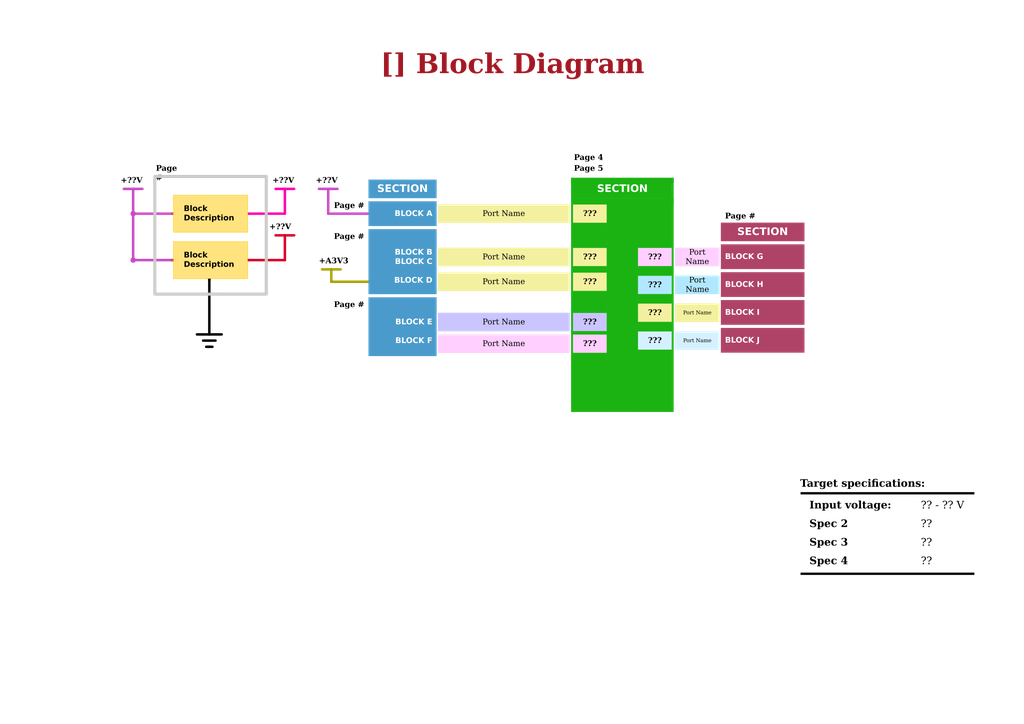
<source format=kicad_sch>
(kicad_sch
	(version 20231120)
	(generator "eeschema")
	(generator_version "8.0")
	(uuid "d4440dba-022e-49b2-97f2-6fc1871c7304")
	(paper "A3")
	(title_block
		(title "Block Diagram")
		(date "2025-01-12")
		(rev "${REVISION}")
		(company "${COMPANY}")
	)
	(lib_symbols)
	(polyline
		(pts
			(xy 70.612 106.68) (xy 54.61 106.68)
		)
		(stroke
			(width 1.016)
			(type default)
			(color 198 71 194 1)
		)
		(uuid "0078cbf7-9098-45ec-96f3-0b36f648924d")
	)
	(polyline
		(pts
			(xy 89.662 120.65) (xy 85.852 120.65)
		)
		(stroke
			(width 1.016)
			(type default)
			(color 0 0 0 1)
		)
		(uuid "056eb4ac-5e1a-40de-a6e6-602ab4b463f8")
	)
	(polyline
		(pts
			(xy 70.612 87.63) (xy 54.61 87.63)
		)
		(stroke
			(width 1.016)
			(type default)
			(color 198 71 194 1)
		)
		(uuid "08fc0cd0-29a2-41e6-a897-d7a6a489c1c7")
	)
	(polyline
		(pts
			(xy 87.122 142.24) (xy 85.852 142.24)
		)
		(stroke
			(width 1.016)
			(type default)
			(color 0 0 0 1)
		)
		(uuid "16292375-e090-4b0a-9979-2cc082e8c0cc")
	)
	(polyline
		(pts
			(xy 150.622 87.63) (xy 134.62 87.63)
		)
		(stroke
			(width 1.016)
			(type default)
			(color 198 71 194 1)
		)
		(uuid "18ccff52-fe32-4310-8592-269233d1181b")
	)
	(polyline
		(pts
			(xy 116.84 96.52) (xy 116.84 106.68)
		)
		(stroke
			(width 1.016)
			(type default)
			(color 212 0 32 1)
		)
		(uuid "22ecdb21-cb6c-4fea-8215-9ca181dc7654")
	)
	(polyline
		(pts
			(xy 85.852 114.808) (xy 85.852 137.16)
		)
		(stroke
			(width 1.016)
			(type default)
			(color 0 0 0 1)
		)
		(uuid "2bd63e72-c2e0-4174-99b9-37b4608d1b51")
	)
	(polyline
		(pts
			(xy 116.84 77.47) (xy 116.84 87.63)
		)
		(stroke
			(width 1.016)
			(type default)
			(color 255 0 171 1)
		)
		(uuid "3868fb89-5692-47ab-8dc3-c1768a62c47d")
	)
	(polyline
		(pts
			(xy 120.65 96.52) (xy 116.84 96.52)
		)
		(stroke
			(width 1.016)
			(type default)
			(color 212 0 32 1)
		)
		(uuid "3ad61ad5-2501-40ac-9bf7-e665e25219ef")
	)
	(polyline
		(pts
			(xy 50.8 77.47) (xy 54.61 77.47)
		)
		(stroke
			(width 1.016)
			(type default)
			(color 198 71 194 1)
		)
		(uuid "46995de7-d2ae-43dc-828c-7a85c3a686f0")
	)
	(polyline
		(pts
			(xy 54.61 87.63) (xy 54.61 96.52)
		)
		(stroke
			(width 1.016)
			(type default)
			(color 198 71 194 1)
		)
		(uuid "643459a2-2a93-46f1-8503-aa865b67ae0a")
	)
	(polyline
		(pts
			(xy 102.108 87.63) (xy 116.84 87.63)
		)
		(stroke
			(width 1.016)
			(type default)
			(color 255 0 171 1)
		)
		(uuid "72e45290-1169-4f8d-8787-af61206287b7")
	)
	(polyline
		(pts
			(xy 85.852 139.7) (xy 83.312 139.7)
		)
		(stroke
			(width 1.016)
			(type default)
			(color 0 0 0 1)
		)
		(uuid "7423a2fa-a301-488a-ae90-a426fc1d0892")
	)
	(polyline
		(pts
			(xy 88.392 139.7) (xy 85.852 139.7)
		)
		(stroke
			(width 1.016)
			(type default)
			(color 0 0 0 1)
		)
		(uuid "76447def-e6fd-482e-8306-88604873856d")
	)
	(polyline
		(pts
			(xy 132.08 110.49) (xy 135.89 110.49)
		)
		(stroke
			(width 1.016)
			(type default)
			(color 162 155 0 1)
		)
		(uuid "7bd287d3-dc22-4cf8-a763-778f3da65289")
	)
	(polyline
		(pts
			(xy 54.61 77.47) (xy 54.61 87.63)
		)
		(stroke
			(width 1.016)
			(type default)
			(color 198 71 194 1)
		)
		(uuid "8cfd58b3-fea8-4a65-9b23-c746ab0a9f02")
	)
	(polyline
		(pts
			(xy 80.772 137.16) (xy 85.852 137.16)
		)
		(stroke
			(width 1.016)
			(type default)
			(color 0 0 0 1)
		)
		(uuid "95a37cc2-e75a-4501-a098-956d2a7cf878")
	)
	(polyline
		(pts
			(xy 134.62 77.47) (xy 134.62 87.63)
		)
		(stroke
			(width 1.016)
			(type default)
			(color 198 71 194 1)
		)
		(uuid "9ea93a8a-79ec-4966-b5b9-d418a1953413")
	)
	(polyline
		(pts
			(xy 134.62 77.47) (xy 138.43 77.47)
		)
		(stroke
			(width 1.016)
			(type default)
			(color 198 71 194 1)
		)
		(uuid "a0186362-c474-4f60-92f7-0cd6ab4716b3")
	)
	(polyline
		(pts
			(xy 54.61 77.47) (xy 58.42 77.47)
		)
		(stroke
			(width 1.016)
			(type default)
			(color 198 71 194 1)
		)
		(uuid "aa5dc26a-edf0-426a-baae-3922b009809d")
	)
	(polyline
		(pts
			(xy 116.84 77.47) (xy 113.03 77.47)
		)
		(stroke
			(width 1.016)
			(type default)
			(color 255 0 171 1)
		)
		(uuid "abfb0e67-9089-48e8-8232-8502ca1768e2")
	)
	(polyline
		(pts
			(xy 85.852 142.24) (xy 84.582 142.24)
		)
		(stroke
			(width 1.016)
			(type default)
			(color 0 0 0 1)
		)
		(uuid "ae679bf6-2423-4eb6-83ff-203e4dbc3b14")
	)
	(polyline
		(pts
			(xy 130.81 77.47) (xy 134.62 77.47)
		)
		(stroke
			(width 1.016)
			(type default)
			(color 198 71 194 1)
		)
		(uuid "b0945337-03d4-457a-9c2e-c0bab7dcf94e")
	)
	(polyline
		(pts
			(xy 150.622 115.57) (xy 135.89 115.57)
		)
		(stroke
			(width 1.016)
			(type default)
			(color 162 155 0 1)
		)
		(uuid "b3418ae8-9d75-4e41-a3da-190702cd18d2")
	)
	(polyline
		(pts
			(xy 116.84 96.52) (xy 113.03 96.52)
		)
		(stroke
			(width 1.016)
			(type default)
			(color 212 0 32 1)
		)
		(uuid "b6c0a1ce-c65c-4ea7-8db7-d4822d92fceb")
	)
	(polyline
		(pts
			(xy 85.852 120.65) (xy 82.042 120.65)
		)
		(stroke
			(width 1.016)
			(type default)
			(color 0 0 0 1)
		)
		(uuid "bbbec36c-623f-4102-99b0-eff22d217ba1")
	)
	(polyline
		(pts
			(xy 120.65 77.47) (xy 116.84 77.47)
		)
		(stroke
			(width 1.016)
			(type default)
			(color 255 0 171 1)
		)
		(uuid "d29a50be-ce3c-4cb1-b849-60799978c305")
	)
	(polyline
		(pts
			(xy 135.89 110.49) (xy 135.89 115.57)
		)
		(stroke
			(width 1.016)
			(type default)
			(color 162 155 0 1)
		)
		(uuid "e522b6d4-c3ef-41d5-9de8-677c57429daf")
	)
	(polyline
		(pts
			(xy 102.108 106.68) (xy 116.84 106.68)
		)
		(stroke
			(width 1.016)
			(type default)
			(color 212 0 32 1)
		)
		(uuid "e77019d6-1773-46ed-953e-95dcf6e77cd6")
	)
	(polyline
		(pts
			(xy 54.61 96.52) (xy 54.61 106.68)
		)
		(stroke
			(width 1.016)
			(type default)
			(color 198 71 194 1)
		)
		(uuid "f15951f9-af67-479e-871b-cba1a69ad58a")
	)
	(polyline
		(pts
			(xy 135.89 110.49) (xy 139.7 110.49)
		)
		(stroke
			(width 1.016)
			(type default)
			(color 162 155 0 1)
		)
		(uuid "f20be4ca-f5a2-4033-9321-086a1473fb5f")
	)
	(polyline
		(pts
			(xy 85.852 137.16) (xy 90.932 137.16)
		)
		(stroke
			(width 1.016)
			(type default)
			(color 0 0 0 1)
		)
		(uuid "f5115127-85c3-4f3c-ba14-b9a3028b6847")
	)
	(rectangle
		(start 248.92 83.185)
		(end 261.62 168.91)
		(stroke
			(width 0)
			(type default)
			(color 26 179 18 1)
		)
		(fill
			(type color)
			(color 26 179 18 1)
		)
		(uuid 051b3dab-07ca-4b94-92bb-989d74ed83ce)
	)
	(rectangle
		(start 101.727 87.249)
		(end 102.362 88.011)
		(stroke
			(width 0.25)
			(type default)
			(color 255 0 171 1)
		)
		(fill
			(type color)
			(color 255 0 171 1)
		)
		(uuid 12a8f300-c059-4689-9da2-e775c9b7b222)
	)
	(rectangle
		(start 234.315 73.025)
		(end 276.225 74.93)
		(stroke
			(width 0.254)
			(type default)
			(color 26 179 18 1)
		)
		(fill
			(type color)
			(color 26 179 18 1)
		)
		(uuid 1c38ab9f-78ac-4525-a905-692b68e0d7be)
	)
	(rectangle
		(start 261.62 83.82)
		(end 275.59 101.6)
		(stroke
			(width 0)
			(type default)
			(color 26 179 18 1)
		)
		(fill
			(type color)
			(color 26 179 18 1)
		)
		(uuid 26212d99-97fb-4a34-b4ec-26a67ba18c64)
	)
	(rectangle
		(start 234.95 119.38)
		(end 248.92 128.27)
		(stroke
			(width 0)
			(type default)
			(color 26 179 18 1)
		)
		(fill
			(type color)
			(color 26 179 18 1)
		)
		(uuid 33939e83-1742-40c8-b78d-5af3b914ab31)
	)
	(rectangle
		(start 150.495 115.189)
		(end 151.13 115.951)
		(stroke
			(width 0.25)
			(type default)
			(color 162 155 0 1)
		)
		(fill
			(type color)
			(color 162 155 0 1)
		)
		(uuid 3b840477-c973-44d9-8a43-b3feac50c6bc)
	)
	(rectangle
		(start 275.59 73.025)
		(end 276.225 168.91)
		(stroke
			(width 0)
			(type default)
			(color 26 179 18 1)
		)
		(fill
			(type color)
			(color 26 179 18 1)
		)
		(uuid 43ad7506-e0d7-49b6-972c-517451df1dd9)
	)
	(rectangle
		(start 70.358 87.249)
		(end 70.993 88.011)
		(stroke
			(width 0.25)
			(type default)
			(color 200 50 50 1)
		)
		(fill
			(type color)
			(color 200 50 50 1)
		)
		(uuid 4c6cb9bc-6ebc-49a3-893d-9406d03eb74b)
	)
	(rectangle
		(start 261.62 132.08)
		(end 275.59 135.89)
		(stroke
			(width 0)
			(type default)
			(color 26 179 18 1)
		)
		(fill
			(type color)
			(color 26 179 18 1)
		)
		(uuid 5911023f-b729-4638-87b7-c8fa6a2da4ad)
	)
	(rectangle
		(start 71.12 99.06)
		(end 101.6 114.3)
		(stroke
			(width 0)
			(type default)
			(color 255 200 0 0.5019607843)
		)
		(fill
			(type color)
			(color 255 200 0 0.5019607843)
		)
		(uuid 6d27083e-baf9-459e-b0dc-430395e74362)
	)
	(rectangle
		(start 150.495 87.249)
		(end 151.13 88.011)
		(stroke
			(width 0.25)
			(type default)
			(color 198 71 194 1)
		)
		(fill
			(type color)
			(color 198 71 194 1)
		)
		(uuid 70402685-b75b-4b36-9a72-62f7d7d97bb6)
	)
	(rectangle
		(start 261.62 120.65)
		(end 275.59 124.46)
		(stroke
			(width 0)
			(type default)
			(color 26 179 18 1)
		)
		(fill
			(type color)
			(color 26 179 18 1)
		)
		(uuid 704c4eca-e0af-4df0-a6c1-739054ac1983)
	)
	(rectangle
		(start 234.95 109.22)
		(end 248.92 111.76)
		(stroke
			(width 0)
			(type default)
			(color 26 179 18 1)
		)
		(fill
			(type color)
			(color 26 179 18 1)
		)
		(uuid 74c5f5ac-510e-4c99-8e0e-ca2d145a7687)
	)
	(rectangle
		(start 261.62 109.22)
		(end 275.59 113.03)
		(stroke
			(width 0)
			(type default)
			(color 26 179 18 1)
		)
		(fill
			(type color)
			(color 26 179 18 1)
		)
		(uuid 87d7856c-4e25-4074-8ed9-6d9286fce9a4)
	)
	(rectangle
		(start 63.5 72.39)
		(end 109.22 120.65)
		(stroke
			(width 1.27)
			(type default)
			(color 200 200 200 1)
		)
		(fill
			(type none)
		)
		(uuid 897139e0-9c3f-4923-b42e-05cc6d59978b)
	)
	(rectangle
		(start 85.344 114.3)
		(end 86.36 115.062)
		(stroke
			(width 0.001)
			(type default)
			(color 0 0 0 1)
		)
		(fill
			(type color)
			(color 0 0 0 1)
		)
		(uuid 8fb245d6-696e-46a9-aee0-fc71b1bd2811)
	)
	(rectangle
		(start 70.358 106.299)
		(end 70.993 107.061)
		(stroke
			(width 0.25)
			(type default)
			(color 200 50 50 1)
		)
		(fill
			(type color)
			(color 200 50 50 1)
		)
		(uuid 926c14cd-51d6-4183-83aa-3acd3f364634)
	)
	(rectangle
		(start 328.422 234.95)
		(end 399.542 235.712)
		(stroke
			(width 0)
			(type default)
			(color 0 0 0 1)
		)
		(fill
			(type color)
			(color 0 0 0 1)
		)
		(uuid 96358351-64fb-49b9-98d4-c975a586b1c3)
	)
	(rectangle
		(start 234.95 135.89)
		(end 248.92 137.16)
		(stroke
			(width 0)
			(type default)
			(color 26 179 18 1)
		)
		(fill
			(type color)
			(color 26 179 18 1)
		)
		(uuid 97242065-2f97-4ca3-afed-c927195a53b5)
	)
	(rectangle
		(start 101.727 106.299)
		(end 102.362 107.061)
		(stroke
			(width 0.25)
			(type default)
			(color 212 0 32 1)
		)
		(fill
			(type color)
			(color 212 0 32 1)
		)
		(uuid b511ed02-73dc-4aca-8856-32e3a0e7b2bd)
	)
	(rectangle
		(start 234.95 91.44)
		(end 248.92 101.6)
		(stroke
			(width 0)
			(type default)
			(color 26 179 18 1)
		)
		(fill
			(type color)
			(color 26 179 18 1)
		)
		(uuid b7a01405-5415-4722-a9d4-e1bc398d69f2)
	)
	(rectangle
		(start 261.62 143.51)
		(end 275.59 168.91)
		(stroke
			(width 0)
			(type default)
			(color 26 179 18 1)
		)
		(fill
			(type color)
			(color 26 179 18 1)
		)
		(uuid c05a42e9-546b-43b1-a369-f14860ee7f90)
	)
	(rectangle
		(start 234.95 144.78)
		(end 248.92 168.91)
		(stroke
			(width 0)
			(type default)
			(color 26 179 18 1)
		)
		(fill
			(type color)
			(color 26 179 18 1)
		)
		(uuid c0f61f09-5d95-4ea6-baa5-6b9b5ba11fd4)
	)
	(circle
		(center 54.61 106.68)
		(radius 1.016)
		(stroke
			(width 0)
			(type default)
			(color 198 71 194 1)
		)
		(fill
			(type color)
			(color 198 71 194 1)
		)
		(uuid c30887ce-e8b0-4e61-8035-f856b5a10339)
	)
	(rectangle
		(start 328.422 201.93)
		(end 399.542 202.692)
		(stroke
			(width 0)
			(type default)
			(color 0 0 0 1)
		)
		(fill
			(type color)
			(color 0 0 0 1)
		)
		(uuid ca4906af-4562-456f-b79d-f6f2c9056c36)
	)
	(rectangle
		(start 71.12 80.01)
		(end 101.6 95.25)
		(stroke
			(width 0)
			(type default)
			(color 255 200 0 0.5019607843)
		)
		(fill
			(type color)
			(color 255 200 0 0.5019607843)
		)
		(uuid d13c4f55-d46a-439a-a208-cbdf66d39a09)
	)
	(rectangle
		(start 234.315 73.025)
		(end 234.95 168.91)
		(stroke
			(width 0)
			(type default)
			(color 26 179 18 1)
		)
		(fill
			(type color)
			(color 26 179 18 1)
		)
		(uuid dc9ef58a-3544-4871-98b7-f59b2deb6c2b)
	)
	(rectangle
		(start 234.95 81.28)
		(end 276.225 83.82)
		(stroke
			(width 0)
			(type default)
			(color 26 179 18 1)
		)
		(fill
			(type color)
			(color 26 179 18 1)
		)
		(uuid f6ac3050-3d82-4a34-858d-91b5402f431f)
	)
	(circle
		(center 54.61 87.63)
		(radius 1.016)
		(stroke
			(width 0)
			(type default)
			(color 198 71 194 1)
		)
		(fill
			(type color)
			(color 198 71 194 1)
		)
		(uuid fb962045-e3ad-427d-8e13-7189ce103507)
	)
	(text_box "SECTION"
		(exclude_from_sim no)
		(at 295.656 91.313 0)
		(size 34.29 7.62)
		(stroke
			(width -0.0001)
			(type default)
		)
		(fill
			(type color)
			(color 175 67 103 1)
		)
		(effects
			(font
				(face "Arial")
				(size 3.048 3.048)
				(bold yes)
				(color 255 255 255 1)
			)
		)
		(uuid "08792924-1597-48a7-a535-4ea702d4e92a")
	)
	(text_box "Spec 4"
		(exclude_from_sim no)
		(at 329.692 226.06 0)
		(size 44.45 7.62)
		(stroke
			(width -0.0001)
			(type default)
		)
		(fill
			(type none)
		)
		(effects
			(font
				(face "Times New Roman")
				(size 3.048 3.048)
				(thickness 0.4572)
				(bold yes)
				(color 0 0 0 1)
			)
			(justify left top)
		)
		(uuid "0b8fa12d-be48-46d8-a337-f14f24e9a703")
	)
	(text_box "BLOCK H"
		(exclude_from_sim no)
		(at 295.656 111.633 0)
		(size 34.29 10.16)
		(stroke
			(width -0.0001)
			(type default)
		)
		(fill
			(type color)
			(color 175 67 103 1)
		)
		(effects
			(font
				(face "Arial")
				(size 2.286 2.286)
				(bold yes)
				(color 255 255 255 1)
			)
			(justify left)
		)
		(uuid "0b9b765b-8d21-4bd4-bfcc-8abb2cd50003")
	)
	(text_box "\nBLOCK B\nBLOCK C\n\nBLOCK D"
		(exclude_from_sim no)
		(at 151.13 93.98 0)
		(size 27.94 26.67)
		(stroke
			(width -0.0001)
			(type default)
		)
		(fill
			(type color)
			(color 74 155 203 1)
		)
		(effects
			(font
				(face "Arial")
				(size 2.286 2.286)
				(bold yes)
				(color 255 255 255 1)
			)
			(justify right)
		)
		(uuid "0ca6e80b-6bc5-4e32-b003-d47921d4eb4e")
	)
	(text_box "BLOCK I"
		(exclude_from_sim no)
		(at 295.656 123.063 0)
		(size 34.29 10.16)
		(stroke
			(width -0.0001)
			(type default)
		)
		(fill
			(type color)
			(color 175 67 103 1)
		)
		(effects
			(font
				(face "Arial")
				(size 2.286 2.286)
				(bold yes)
				(color 255 255 255 1)
			)
			(justify left)
		)
		(uuid "11e64421-736a-42af-9a25-95ee829c7839")
	)
	(text_box "?? - ?? V"
		(exclude_from_sim no)
		(at 375.412 203.2 0)
		(size 24.13 7.62)
		(stroke
			(width -0.0001)
			(type default)
		)
		(fill
			(type none)
		)
		(effects
			(font
				(face "Times New Roman")
				(size 3.048 3.048)
				(color 0 0 0 1)
			)
			(justify left top)
		)
		(uuid "15dd005a-2a1f-436c-a9b8-4953c7e00daf")
	)
	(text_box "Block\nDescription"
		(exclude_from_sim no)
		(at 73.66 82.55 0)
		(size 25.4 10.16)
		(stroke
			(width -0.0001)
			(type default)
		)
		(fill
			(type none)
		)
		(effects
			(font
				(face "Arial")
				(size 2.286 2.286)
				(thickness 0.254)
				(bold yes)
				(color 0 0 0 1)
			)
			(justify left top)
		)
		(uuid "2663f24d-cd9a-4dae-a281-16b6b61253ad")
	)
	(text_box "??"
		(exclude_from_sim no)
		(at 375.412 226.06 0)
		(size 24.13 7.62)
		(stroke
			(width -0.0001)
			(type default)
		)
		(fill
			(type none)
		)
		(effects
			(font
				(face "Times New Roman")
				(size 3.048 3.048)
				(color 0 0 0 1)
			)
			(justify left top)
		)
		(uuid "286ce998-255c-48c3-a453-7c9a43b4377f")
	)
	(text_box "SECTION"
		(exclude_from_sim no)
		(at 234.95 73.66 0)
		(size 40.64 7.62)
		(stroke
			(width -0.0001)
			(type default)
		)
		(fill
			(type color)
			(color 26 179 18 1)
		)
		(effects
			(font
				(face "Arial")
				(size 3.048 3.048)
				(bold yes)
				(color 255 255 255 1)
			)
		)
		(uuid "303e44ee-abec-47f8-8dea-369c5a3e7105")
	)
	(text_box "???"
		(exclude_from_sim no)
		(at 234.95 101.6 0)
		(size 13.97 7.62)
		(stroke
			(width -0.0001)
			(type default)
		)
		(fill
			(type color)
			(color 243 240 160 1)
		)
		(effects
			(font
				(face "Times New Roman")
				(size 2.286 2.286)
				(bold yes)
				(color 0 0 0 1)
			)
		)
		(uuid "31760221-0d6f-4f56-83a1-ee270701886f")
	)
	(text_box "Port Name"
		(exclude_from_sim no)
		(at 276.86 101.6 0)
		(size 18.288 7.62)
		(stroke
			(width -0.0001)
			(type default)
		)
		(fill
			(type color)
			(color 255 207 255 1)
		)
		(effects
			(font
				(face "Times New Roman")
				(size 2.286 2.286)
				(italic yes)
				(color 0 0 0 1)
			)
		)
		(uuid "3821ca79-fb94-443d-a0d0-b8f77f4280b0")
	)
	(text_box "BLOCK G"
		(exclude_from_sim no)
		(at 295.656 100.203 0)
		(size 34.29 10.16)
		(stroke
			(width -0.0001)
			(type default)
		)
		(fill
			(type color)
			(color 175 67 103 1)
		)
		(effects
			(font
				(face "Arial")
				(size 2.286 2.286)
				(bold yes)
				(color 255 255 255 1)
			)
			(justify left)
		)
		(uuid "3876e24b-eb64-40f0-82f4-8ed551a76338")
	)
	(text_box "???"
		(exclude_from_sim no)
		(at 234.95 137.16 0)
		(size 13.97 7.62)
		(stroke
			(width -0.0001)
			(type default)
		)
		(fill
			(type color)
			(color 255 207 255 1)
		)
		(effects
			(font
				(face "Times New Roman")
				(size 2.286 2.286)
				(bold yes)
				(color 0 0 0 1)
			)
		)
		(uuid "3a803ec7-48bf-494a-8620-a6b0d82a5e96")
	)
	(text_box "Page #"
		(exclude_from_sim no)
		(at 133.35 81.28 0)
		(size 17.78 5.08)
		(stroke
			(width -0.0001)
			(type default)
		)
		(fill
			(type none)
		)
		(effects
			(font
				(face "Times New Roman")
				(size 2.286 2.286)
				(thickness 0.4572)
				(bold yes)
				(color 0 0 0 1)
			)
			(justify right top)
		)
		(uuid "437beeb4-8fab-4629-8a22-68c4be7a2c41")
	)
	(text_box "Port Name"
		(exclude_from_sim no)
		(at 276.86 135.89 0)
		(size 18.288 7.62)
		(stroke
			(width -0.0001)
			(type default)
		)
		(fill
			(type color)
			(color 213 241 255 1)
		)
		(effects
			(font
				(face "Times New Roman")
				(size 1.524 1.524)
				(italic yes)
				(color 0 0 0 1)
			)
		)
		(uuid "5bc00d08-ece7-489a-82a0-99db7e5f4aea")
	)
	(text_box "Port Name"
		(exclude_from_sim no)
		(at 179.578 101.6 0)
		(size 54.102 7.62)
		(stroke
			(width -0.0001)
			(type default)
		)
		(fill
			(type color)
			(color 243 240 160 1)
		)
		(effects
			(font
				(face "Times New Roman")
				(size 2.286 2.286)
				(italic yes)
				(color 0 0 0 1)
			)
		)
		(uuid "5ce5a322-8350-4910-8fa8-1f7f1d462e6a")
	)
	(text_box "Port Name"
		(exclude_from_sim no)
		(at 276.86 124.46 0)
		(size 18.288 7.62)
		(stroke
			(width -0.0001)
			(type default)
		)
		(fill
			(type color)
			(color 243 240 160 1)
		)
		(effects
			(font
				(face "Times New Roman")
				(size 1.524 1.524)
				(italic yes)
				(color 0 0 0 1)
			)
		)
		(uuid "5f4a2d80-9818-43e5-9ca8-d8665fb36805")
	)
	(text_box "Page 4"
		(exclude_from_sim no)
		(at 233.68 61.595 0)
		(size 24.765 5.08)
		(stroke
			(width -0.0001)
			(type default)
		)
		(fill
			(type none)
		)
		(effects
			(font
				(face "Times New Roman")
				(size 2.286 2.286)
				(thickness 0.4572)
				(bold yes)
				(color 0 0 0 1)
			)
			(justify left top)
		)
		(uuid "5fb758b9-5535-46ac-bcbe-588aaeffe614")
	)
	(text_box "???"
		(exclude_from_sim no)
		(at 261.62 113.03 0)
		(size 13.97 7.62)
		(stroke
			(width -0.0001)
			(type default)
		)
		(fill
			(type color)
			(color 178 232 255 1)
		)
		(effects
			(font
				(face "Times New Roman")
				(size 2.286 2.286)
				(bold yes)
				(color 0 0 0 1)
			)
		)
		(uuid "6bb82d71-4237-4fb9-a71e-68c5a65a7171")
	)
	(text_box "Page #"
		(exclude_from_sim no)
		(at 133.35 121.92 0)
		(size 17.78 5.08)
		(stroke
			(width -0.0001)
			(type default)
		)
		(fill
			(type none)
		)
		(effects
			(font
				(face "Times New Roman")
				(size 2.286 2.286)
				(thickness 0.4572)
				(bold yes)
				(color 0 0 0 1)
			)
			(justify right top)
			(href "#")
		)
		(uuid "71234750-6a94-4706-b48c-45e77bb2fa83")
	)
	(text_box "[${#}] ${TITLE}"
		(exclude_from_sim no)
		(at 144.78 20.32 0)
		(size 130.81 12.7)
		(stroke
			(width -0.0001)
			(type default)
		)
		(fill
			(type none)
		)
		(effects
			(font
				(face "Times New Roman")
				(size 8 8)
				(thickness 1.2)
				(bold yes)
				(color 162 22 34 1)
			)
		)
		(uuid "73b2b29c-2473-4e80-be0b-4f57c6856c3e")
	)
	(text_box "??"
		(exclude_from_sim no)
		(at 375.412 210.82 0)
		(size 24.13 7.62)
		(stroke
			(width -0.0001)
			(type default)
		)
		(fill
			(type none)
		)
		(effects
			(font
				(face "Times New Roman")
				(size 3.048 3.048)
				(color 0 0 0 1)
			)
			(justify left top)
		)
		(uuid "79a60212-4382-435d-b74b-f889451ff3a1")
	)
	(text_box "Input voltage:"
		(exclude_from_sim no)
		(at 329.692 203.2 0)
		(size 41.91 7.62)
		(stroke
			(width -0.0001)
			(type default)
		)
		(fill
			(type none)
		)
		(effects
			(font
				(face "Times New Roman")
				(size 3.048 3.048)
				(thickness 0.4572)
				(bold yes)
				(color 0 0 0 1)
			)
			(justify left top)
		)
		(uuid "7a48ef1e-fc21-4f84-87ab-2b944a808bd0")
	)
	(text_box "SECTION"
		(exclude_from_sim no)
		(at 151.13 73.66 0)
		(size 27.94 7.62)
		(stroke
			(width -0.0001)
			(type default)
		)
		(fill
			(type color)
			(color 74 155 203 1)
		)
		(effects
			(font
				(face "Arial")
				(size 3.048 3.048)
				(bold yes)
				(color 255 255 255 1)
			)
		)
		(uuid "7a77dff7-2b2f-4cc0-b247-3708c3bf73e3")
	)
	(text_box "Port Name"
		(exclude_from_sim no)
		(at 179.578 137.16 0)
		(size 54.102 7.62)
		(stroke
			(width -0.0001)
			(type default)
		)
		(fill
			(type color)
			(color 255 207 255 1)
		)
		(effects
			(font
				(face "Times New Roman")
				(size 2.286 2.286)
				(italic yes)
				(color 0 0 0 1)
			)
		)
		(uuid "84849006-fb86-4477-a3f4-4ca49bfeb231")
	)
	(text_box "Page #"
		(exclude_from_sim no)
		(at 133.35 93.98 0)
		(size 17.78 5.08)
		(stroke
			(width -0.0001)
			(type default)
		)
		(fill
			(type none)
		)
		(effects
			(font
				(face "Times New Roman")
				(size 2.286 2.286)
				(thickness 0.4572)
				(bold yes)
				(color 0 0 0 1)
			)
			(justify right top)
		)
		(uuid "87f20548-41ba-4502-b504-e75401f699bf")
	)
	(text_box "???"
		(exclude_from_sim no)
		(at 234.95 128.27 0)
		(size 13.97 7.62)
		(stroke
			(width -0.0001)
			(type default)
		)
		(fill
			(type color)
			(color 202 196 255 1)
		)
		(effects
			(font
				(face "Times New Roman")
				(size 2.286 2.286)
				(bold yes)
				(color 0 0 0 1)
			)
		)
		(uuid "88cc83e7-7bb4-4d6b-9595-b9e1bee5e04b")
	)
	(text_box "Target specifications:"
		(exclude_from_sim no)
		(at 325.882 194.31 0)
		(size 73.66 7.62)
		(stroke
			(width -0.0001)
			(type default)
		)
		(fill
			(type none)
		)
		(effects
			(font
				(face "Times New Roman")
				(size 3.048 3.048)
				(thickness 0.4572)
				(bold yes)
				(color 0 0 0 1)
			)
			(justify left top)
		)
		(uuid "92d1b8db-5c65-4f81-bd38-95477ba2f196")
	)
	(text_box "???"
		(exclude_from_sim no)
		(at 234.95 111.76 0)
		(size 13.97 7.62)
		(stroke
			(width -0.0001)
			(type default)
		)
		(fill
			(type color)
			(color 243 240 160 1)
		)
		(effects
			(font
				(face "Times New Roman")
				(size 2.286 2.286)
				(bold yes)
				(color 0 0 0 1)
			)
		)
		(uuid "944097c9-4bfa-4c51-95fb-545c2fe74181")
	)
	(text_box "???"
		(exclude_from_sim no)
		(at 261.62 135.89 0)
		(size 13.97 7.62)
		(stroke
			(width -0.0001)
			(type default)
		)
		(fill
			(type color)
			(color 213 241 255 1)
		)
		(effects
			(font
				(face "Times New Roman")
				(size 2.286 2.286)
				(bold yes)
				(color 0 0 0 1)
			)
		)
		(uuid "96a92221-2447-4655-a0df-2333f7d2fcea")
	)
	(text_box "???"
		(exclude_from_sim no)
		(at 261.62 101.6 0)
		(size 13.97 7.62)
		(stroke
			(width -0.0001)
			(type default)
		)
		(fill
			(type color)
			(color 255 207 255 1)
		)
		(effects
			(font
				(face "Times New Roman")
				(size 2.286 2.286)
				(bold yes)
				(color 0 0 0 1)
			)
		)
		(uuid "99de4852-1e6a-43c2-80a3-f90f994ca547")
	)
	(text_box "Port Name"
		(exclude_from_sim no)
		(at 179.578 111.76 0)
		(size 54.102 7.62)
		(stroke
			(width -0.0001)
			(type default)
		)
		(fill
			(type color)
			(color 243 240 160 1)
		)
		(effects
			(font
				(face "Times New Roman")
				(size 2.286 2.286)
				(italic yes)
				(color 0 0 0 1)
			)
		)
		(uuid "9f20ae52-6c21-4c39-bd5b-0dd4e6ac30ac")
	)
	(text_box "Spec 3"
		(exclude_from_sim no)
		(at 329.692 218.44 0)
		(size 41.91 7.62)
		(stroke
			(width -0.0001)
			(type default)
		)
		(fill
			(type none)
		)
		(effects
			(font
				(face "Times New Roman")
				(size 3.048 3.048)
				(thickness 0.4572)
				(bold yes)
				(color 0 0 0 1)
			)
			(justify left top)
		)
		(uuid "a94bbe48-2b5a-4095-ae3e-6304ba06e582")
	)
	(text_box "??"
		(exclude_from_sim no)
		(at 375.412 218.44 0)
		(size 24.13 7.62)
		(stroke
			(width -0.0001)
			(type default)
		)
		(fill
			(type none)
		)
		(effects
			(font
				(face "Times New Roman")
				(size 3.048 3.048)
				(color 0 0 0 1)
			)
			(justify left top)
		)
		(uuid "a9743942-0f35-4d97-920c-63913a3a8cf5")
	)
	(text_box "Spec 2"
		(exclude_from_sim no)
		(at 329.692 210.82 0)
		(size 43.18 7.62)
		(stroke
			(width -0.0001)
			(type default)
		)
		(fill
			(type none)
		)
		(effects
			(font
				(face "Times New Roman")
				(size 3.048 3.048)
				(thickness 0.4572)
				(bold yes)
				(color 0 0 0 1)
			)
			(justify left top)
		)
		(uuid "acb13397-22c2-4daa-8b50-96cfdf3951b7")
	)
	(text_box "???"
		(exclude_from_sim no)
		(at 234.95 83.82 0)
		(size 13.97 7.62)
		(stroke
			(width -0.0001)
			(type default)
		)
		(fill
			(type color)
			(color 243 240 160 1)
		)
		(effects
			(font
				(face "Times New Roman")
				(size 2.286 2.286)
				(bold yes)
				(color 0 0 0 1)
			)
		)
		(uuid "b718a613-50e2-4e59-ad8f-81f389012f74")
	)
	(text_box "Port Name"
		(exclude_from_sim no)
		(at 179.578 128.27 0)
		(size 54.102 7.62)
		(stroke
			(width -0.0001)
			(type default)
		)
		(fill
			(type color)
			(color 202 196 255 1)
		)
		(effects
			(font
				(face "Times New Roman")
				(size 2.286 2.286)
				(italic yes)
				(color 0 0 0 1)
			)
		)
		(uuid "be16dbe1-3641-4384-b37c-5e66a5e92800")
	)
	(text_box "Block\nDescription"
		(exclude_from_sim no)
		(at 73.66 101.6 0)
		(size 25.4 10.16)
		(stroke
			(width -0.0001)
			(type default)
		)
		(fill
			(type none)
		)
		(effects
			(font
				(face "Arial")
				(size 2.286 2.286)
				(thickness 0.254)
				(bold yes)
				(color 0 0 0 1)
			)
			(justify left top)
		)
		(uuid "c57b2792-b5b6-4248-8bcf-18760935fbf0")
	)
	(text_box "Port Name"
		(exclude_from_sim no)
		(at 276.86 113.03 0)
		(size 18.288 7.62)
		(stroke
			(width -0.0001)
			(type default)
		)
		(fill
			(type color)
			(color 178 232 255 1)
		)
		(effects
			(font
				(face "Times New Roman")
				(size 2.286 2.286)
				(italic yes)
				(color 0 0 0 1)
			)
		)
		(uuid "c774310f-dfe3-45db-be98-953f7da6465f")
	)
	(text_box "Page #"
		(exclude_from_sim no)
		(at 62.23 66.04 0)
		(size 13.97 5.08)
		(stroke
			(width -0.0001)
			(type default)
		)
		(fill
			(type none)
		)
		(effects
			(font
				(face "Times New Roman")
				(size 2.286 2.286)
				(thickness 0.4572)
				(bold yes)
				(color 0 0 0 1)
			)
			(justify left top)
		)
		(uuid "d9eed77b-8391-48bf-a073-8dcaf7ecaa31")
	)
	(text_box "BLOCK A"
		(exclude_from_sim no)
		(at 151.13 82.55 0)
		(size 27.94 10.16)
		(stroke
			(width -0.0001)
			(type default)
		)
		(fill
			(type color)
			(color 74 155 203 1)
		)
		(effects
			(font
				(face "Arial")
				(size 2.286 2.286)
				(bold yes)
				(color 255 255 255 1)
			)
			(justify right)
		)
		(uuid "de576dbe-9b0c-4ccd-a266-17b9b354345b")
	)
	(text_box "Port Name"
		(exclude_from_sim no)
		(at 179.578 83.82 0)
		(size 54.102 7.62)
		(stroke
			(width -0.0001)
			(type default)
		)
		(fill
			(type color)
			(color 243 240 160 1)
		)
		(effects
			(font
				(face "Times New Roman")
				(size 2.286 2.286)
				(italic yes)
				(color 0 0 0 1)
			)
		)
		(uuid "e4d2bfdf-da93-4c54-800e-be869ac37023")
	)
	(text_box "???"
		(exclude_from_sim no)
		(at 261.62 124.46 0)
		(size 13.97 7.62)
		(stroke
			(width -0.0001)
			(type default)
		)
		(fill
			(type color)
			(color 243 240 160 1)
		)
		(effects
			(font
				(face "Times New Roman")
				(size 2.286 2.286)
				(bold yes)
				(color 0 0 0 1)
			)
		)
		(uuid "ecd90e4f-03f0-4de1-bc8b-8f151772557e")
	)
	(text_box "\nBLOCK E\n\nBLOCK F"
		(exclude_from_sim no)
		(at 151.13 121.92 0)
		(size 27.94 24.13)
		(stroke
			(width -0.0001)
			(type default)
		)
		(fill
			(type color)
			(color 74 155 203 1)
		)
		(effects
			(font
				(face "Arial")
				(size 2.286 2.286)
				(bold yes)
				(color 255 255 255 1)
			)
			(justify right)
		)
		(uuid "f0caa8ad-c53d-4be7-a0df-6a7fccf418bb")
	)
	(text_box "BLOCK J"
		(exclude_from_sim no)
		(at 295.656 134.493 0)
		(size 34.29 10.16)
		(stroke
			(width -0.0001)
			(type default)
		)
		(fill
			(type color)
			(color 175 67 103 1)
		)
		(effects
			(font
				(face "Arial")
				(size 2.286 2.286)
				(bold yes)
				(color 255 255 255 1)
			)
			(justify left)
		)
		(uuid "f1a231a9-4a97-4e03-af77-e46caf6743df")
	)
	(text_box "Page 5"
		(exclude_from_sim no)
		(at 233.68 66.04 0)
		(size 24.765 5.08)
		(stroke
			(width -0.0001)
			(type default)
		)
		(fill
			(type none)
		)
		(effects
			(font
				(face "Times New Roman")
				(size 2.286 2.286)
				(thickness 0.4572)
				(bold yes)
				(color 0 0 0 1)
			)
			(justify left top)
			(href "#5")
		)
		(uuid "f4bd87c5-f2bc-4cb7-a254-f36834bb4744")
	)
	(text_box "Page #"
		(exclude_from_sim no)
		(at 295.656 85.598 0)
		(size 17.78 5.08)
		(stroke
			(width -0.0001)
			(type default)
		)
		(fill
			(type none)
		)
		(effects
			(font
				(face "Times New Roman")
				(size 2.286 2.286)
				(thickness 0.4572)
				(bold yes)
				(color 0 0 0 1)
			)
			(justify left top)
			(href "#8")
		)
		(uuid "f9cfb483-344e-45f2-991c-61549317056f")
	)
	(text "+??V"
		(exclude_from_sim no)
		(at 49.53 76.2 0)
		(effects
			(font
				(face "Times New Roman")
				(size 2.286 2.286)
				(thickness 0.4572)
				(bold yes)
				(color 0 0 0 1)
			)
			(justify left bottom)
		)
		(uuid "101bf075-2779-4382-8921-8033e4839d29")
	)
	(text "+??V"
		(exclude_from_sim no)
		(at 129.54 76.2 0)
		(effects
			(font
				(face "Times New Roman")
				(size 2.286 2.286)
				(thickness 0.4572)
				(bold yes)
				(color 0 0 0 1)
			)
			(justify left bottom)
		)
		(uuid "23593793-e5e2-4dd7-8899-50a4202bb53e")
	)
	(text "+A3V3"
		(exclude_from_sim no)
		(at 130.81 109.22 0)
		(effects
			(font
				(face "Times New Roman")
				(size 2.286 2.286)
				(thickness 0.4572)
				(bold yes)
				(color 0 0 0 1)
			)
			(justify left bottom)
		)
		(uuid "7cb39811-7e9e-4b6a-b7ed-352cfdbf227b")
	)
	(text "+??V"
		(exclude_from_sim no)
		(at 119.38 95.25 0)
		(effects
			(font
				(face "Times New Roman")
				(size 2.286 2.286)
				(thickness 0.4572)
				(bold yes)
				(color 0 0 0 1)
			)
			(justify right bottom)
		)
		(uuid "ad6e3829-3684-4af1-9a28-ced841b0c880")
	)
	(text "+??V"
		(exclude_from_sim no)
		(at 120.65 76.2 0)
		(effects
			(font
				(face "Times New Roman")
				(size 2.286 2.286)
				(thickness 0.4572)
				(bold yes)
				(color 0 0 0 1)
			)
			(justify right bottom)
		)
		(uuid "f6a5ad4b-42cb-4635-94fa-d83f0234055d")
	)
)

</source>
